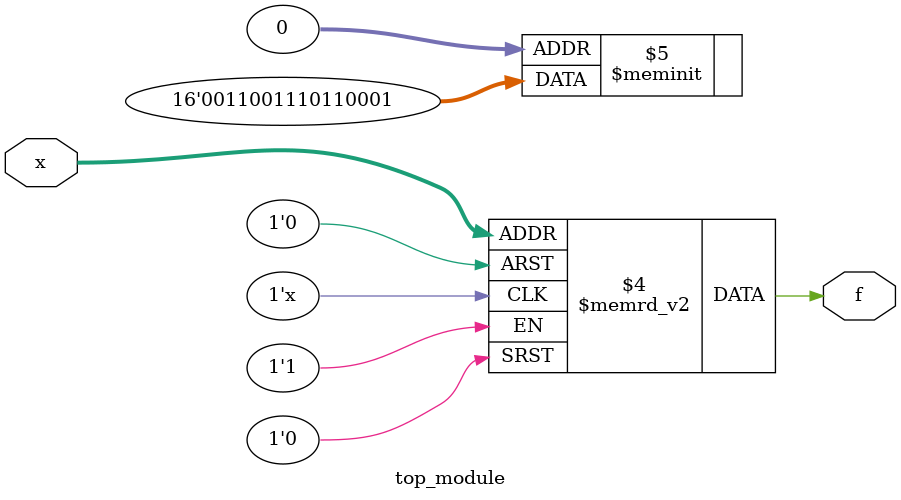
<source format=sv>
module top_module (
	input [4:1] x,
	output logic f
);

always_comb begin
	case (x)
		4'b0000: f = 1;
		4'b0001: f = 0;
		4'b0010: f = 0;
		4'b0011: f = 0;
		4'b0100: f = 1;
		4'b0101: f = 1;
		4'b0110: f = 0;
		4'b0111: f = 1;
		4'b1000: f = 1;
		4'b1001: f = 1;
		4'b1010: f = 0;
		4'b1011: f = 0;
		4'b1100: f = 1;
		4'b1101: f = 1;
		4'b1110: f = 0;
		default: f = 0;
	endcase
end

endmodule

</source>
